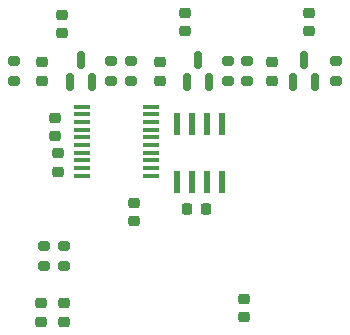
<source format=gbr>
%TF.GenerationSoftware,KiCad,Pcbnew,9.0.2*%
%TF.CreationDate,2025-06-30T23:17:22-04:00*%
%TF.ProjectId,Serv3Controller,53657276-3343-46f6-9e74-726f6c6c6572,rev?*%
%TF.SameCoordinates,Original*%
%TF.FileFunction,Paste,Top*%
%TF.FilePolarity,Positive*%
%FSLAX46Y46*%
G04 Gerber Fmt 4.6, Leading zero omitted, Abs format (unit mm)*
G04 Created by KiCad (PCBNEW 9.0.2) date 2025-06-30 23:17:22*
%MOMM*%
%LPD*%
G01*
G04 APERTURE LIST*
G04 Aperture macros list*
%AMRoundRect*
0 Rectangle with rounded corners*
0 $1 Rounding radius*
0 $2 $3 $4 $5 $6 $7 $8 $9 X,Y pos of 4 corners*
0 Add a 4 corners polygon primitive as box body*
4,1,4,$2,$3,$4,$5,$6,$7,$8,$9,$2,$3,0*
0 Add four circle primitives for the rounded corners*
1,1,$1+$1,$2,$3*
1,1,$1+$1,$4,$5*
1,1,$1+$1,$6,$7*
1,1,$1+$1,$8,$9*
0 Add four rect primitives between the rounded corners*
20,1,$1+$1,$2,$3,$4,$5,0*
20,1,$1+$1,$4,$5,$6,$7,0*
20,1,$1+$1,$6,$7,$8,$9,0*
20,1,$1+$1,$8,$9,$2,$3,0*%
G04 Aperture macros list end*
%ADD10RoundRect,0.225000X-0.250000X0.225000X-0.250000X-0.225000X0.250000X-0.225000X0.250000X0.225000X0*%
%ADD11RoundRect,0.200000X-0.275000X0.200000X-0.275000X-0.200000X0.275000X-0.200000X0.275000X0.200000X0*%
%ADD12RoundRect,0.150000X0.150000X-0.587500X0.150000X0.587500X-0.150000X0.587500X-0.150000X-0.587500X0*%
%ADD13RoundRect,0.200000X0.275000X-0.200000X0.275000X0.200000X-0.275000X0.200000X-0.275000X-0.200000X0*%
%ADD14RoundRect,0.218750X-0.256250X0.218750X-0.256250X-0.218750X0.256250X-0.218750X0.256250X0.218750X0*%
%ADD15RoundRect,0.225000X0.250000X-0.225000X0.250000X0.225000X-0.250000X0.225000X-0.250000X-0.225000X0*%
%ADD16R,0.558800X1.981200*%
%ADD17R,1.473200X0.355600*%
%ADD18RoundRect,0.225000X0.225000X0.250000X-0.225000X0.250000X-0.225000X-0.250000X0.225000X-0.250000X0*%
G04 APERTURE END LIST*
D10*
%TO.C,C4*%
X93600000Y-91225000D03*
X93600000Y-92775000D03*
%TD*%
D11*
%TO.C,R7*%
X93400000Y-79237500D03*
X93400000Y-80887500D03*
%TD*%
D12*
%TO.C,Q2*%
X98100000Y-81000000D03*
X100000000Y-81000000D03*
X99050000Y-79125000D03*
%TD*%
D13*
%TO.C,R3*%
X91700000Y-80887500D03*
X91700000Y-79237500D03*
%TD*%
%TO.C,R1*%
X86000000Y-96525000D03*
X86000000Y-94875000D03*
%TD*%
%TO.C,R5*%
X110710000Y-80887500D03*
X110710000Y-79237500D03*
%TD*%
D11*
%TO.C,R8*%
X103210000Y-79237500D03*
X103210000Y-80887500D03*
%TD*%
D13*
%TO.C,R2*%
X87700000Y-96525000D03*
X87700000Y-94875000D03*
%TD*%
D12*
%TO.C,Q1*%
X88200000Y-81000000D03*
X90100000Y-81000000D03*
X89150000Y-79125000D03*
%TD*%
%TO.C,Q3*%
X107060000Y-81000000D03*
X108960000Y-81000000D03*
X108010000Y-79125000D03*
%TD*%
D14*
%TO.C,D3*%
X85850000Y-79295000D03*
X85850000Y-80870000D03*
%TD*%
D10*
%TO.C,C1*%
X86900000Y-84025000D03*
X86900000Y-85575000D03*
%TD*%
D15*
%TO.C,C2*%
X87200000Y-88575000D03*
X87200000Y-87025000D03*
%TD*%
D16*
%TO.C,U2*%
X97295000Y-89463800D03*
X98565000Y-89463800D03*
X99835000Y-89463800D03*
X101105000Y-89463800D03*
X101105000Y-84536200D03*
X99835000Y-84536200D03*
X98565000Y-84536200D03*
X97295000Y-84536200D03*
%TD*%
D14*
%TO.C,D1*%
X85700000Y-99712500D03*
X85700000Y-101287500D03*
%TD*%
D13*
%TO.C,R4*%
X101600000Y-80887500D03*
X101600000Y-79237500D03*
%TD*%
D10*
%TO.C,C8*%
X108400000Y-75125000D03*
X108400000Y-76675000D03*
%TD*%
D17*
%TO.C,U1*%
X89179000Y-83075000D03*
X89179000Y-83725001D03*
X89179000Y-84374999D03*
X89179000Y-85025001D03*
X89179000Y-85674999D03*
X89179000Y-86324998D03*
X89179000Y-86974999D03*
X89179000Y-87624998D03*
X89179000Y-88274999D03*
X89179000Y-88924998D03*
X95021000Y-88925000D03*
X95021000Y-88275002D03*
X95021000Y-87625001D03*
X95021000Y-86975002D03*
X95021000Y-86325001D03*
X95021000Y-85675002D03*
X95021000Y-85025001D03*
X95021000Y-84375002D03*
X95021000Y-83725001D03*
X95021000Y-83075002D03*
%TD*%
D14*
%TO.C,D4*%
X95800000Y-79295000D03*
X95800000Y-80870000D03*
%TD*%
%TO.C,D5*%
X105310000Y-79295000D03*
X105310000Y-80870000D03*
%TD*%
D11*
%TO.C,R6*%
X83450000Y-79237500D03*
X83450000Y-80887500D03*
%TD*%
D10*
%TO.C,C7*%
X97900000Y-75150000D03*
X97900000Y-76700000D03*
%TD*%
%TO.C,C6*%
X87500000Y-75287500D03*
X87500000Y-76837500D03*
%TD*%
D14*
%TO.C,D2*%
X87700000Y-99712500D03*
X87700000Y-101287500D03*
%TD*%
D15*
%TO.C,C5*%
X102900000Y-100875000D03*
X102900000Y-99325000D03*
%TD*%
D18*
%TO.C,C3*%
X99675000Y-91700000D03*
X98125000Y-91700000D03*
%TD*%
M02*

</source>
